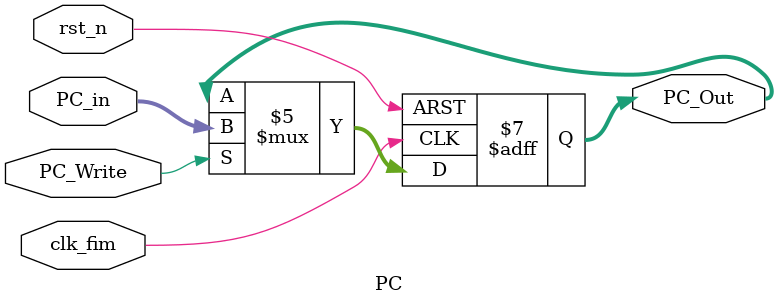
<source format=v>
`timescale 1ns / 1ps


module PC(rst_n,PC_Write,clk_fim,PC_in,PC_Out);//³ÌÐò¼ÆÊýÆ÷PC
    input rst_n;
    input PC_Write;
    input clk_fim;
    input [31:0]PC_in;
    output reg [31:0]PC_Out;
    initial 
       begin  
             PC_Out<=0;
       end
    always@(posedge clk_fim or negedge rst_n)
    begin
        if(!rst_n)
              PC_Out<=0;
        else
            begin
                if(PC_Write==1)
                     PC_Out<=PC_in;
            end
    end
endmodule

</source>
